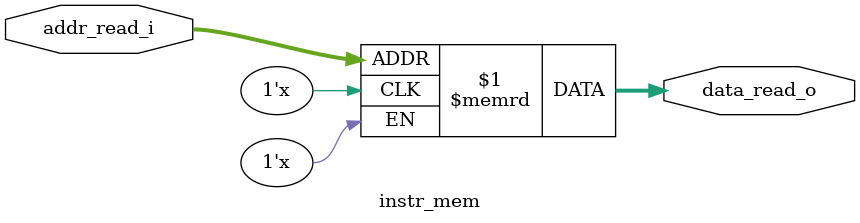
<source format=sv>
`timescale 1ns / 1ps


module instr_mem(
    input logic [7:0] addr_read_i,
    output logic [31:0] data_read_o
    );
    
    logic [31:0] mem [0:255];
    
    assign data_read_o = mem[addr_read_i];
    
endmodule

</source>
